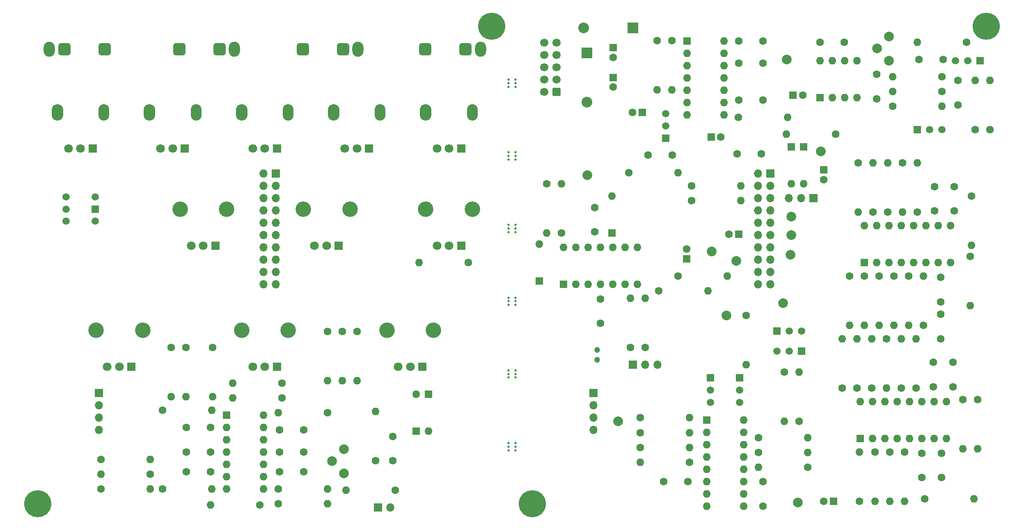
<source format=gts>
%TF.GenerationSoftware,KiCad,Pcbnew,7.0.2-0*%
%TF.CreationDate,2023-07-19T19:34:56+01:00*%
%TF.ProjectId,magnum-drum-synth,6d61676e-756d-42d6-9472-756d2d73796e,r06*%
%TF.SameCoordinates,Original*%
%TF.FileFunction,Soldermask,Top*%
%TF.FilePolarity,Negative*%
%FSLAX46Y46*%
G04 Gerber Fmt 4.6, Leading zero omitted, Abs format (unit mm)*
G04 Created by KiCad (PCBNEW 7.0.2-0) date 2023-07-19 19:34:56*
%MOMM*%
%LPD*%
G01*
G04 APERTURE LIST*
G04 Aperture macros list*
%AMRoundRect*
0 Rectangle with rounded corners*
0 $1 Rounding radius*
0 $2 $3 $4 $5 $6 $7 $8 $9 X,Y pos of 4 corners*
0 Add a 4 corners polygon primitive as box body*
4,1,4,$2,$3,$4,$5,$6,$7,$8,$9,$2,$3,0*
0 Add four circle primitives for the rounded corners*
1,1,$1+$1,$2,$3*
1,1,$1+$1,$4,$5*
1,1,$1+$1,$6,$7*
1,1,$1+$1,$8,$9*
0 Add four rect primitives between the rounded corners*
20,1,$1+$1,$2,$3,$4,$5,0*
20,1,$1+$1,$4,$5,$6,$7,0*
20,1,$1+$1,$6,$7,$8,$9,0*
20,1,$1+$1,$8,$9,$2,$3,0*%
G04 Aperture macros list end*
%ADD10C,5.600000*%
%ADD11C,1.600000*%
%ADD12O,1.600000X1.600000*%
%ADD13C,2.000000*%
%ADD14R,1.500000X1.500000*%
%ADD15C,1.500000*%
%ADD16C,0.500000*%
%ADD17R,1.600000X1.600000*%
%ADD18RoundRect,0.250000X0.600000X0.600000X-0.600000X0.600000X-0.600000X-0.600000X0.600000X-0.600000X0*%
%ADD19C,1.700000*%
%ADD20R,1.700000X1.700000*%
%ADD21O,1.700000X1.700000*%
%ADD22C,1.200000*%
%ADD23R,2.200000X2.200000*%
%ADD24O,2.200000X2.200000*%
%ADD25O,2.300000X3.100000*%
%ADD26RoundRect,0.650000X-0.650000X0.650000X-0.650000X-0.650000X0.650000X-0.650000X0.650000X0.650000X0*%
%ADD27C,3.200000*%
%ADD28R,1.800000X1.800000*%
%ADD29C,1.800000*%
%ADD30O,2.200000X3.400000*%
%ADD31O,2.400000X3.400000*%
%ADD32RoundRect,0.650000X0.650000X-0.650000X0.650000X0.650000X-0.650000X0.650000X-0.650000X-0.650000X0*%
G04 APERTURE END LIST*
D10*
%TO.C,H2*%
X33200000Y-131800000D03*
%TD*%
D11*
%TO.C,R36*%
X168021000Y-69215000D03*
D12*
X178181000Y-69215000D03*
%TD*%
D11*
%TO.C,R6*%
X60706000Y-99568000D03*
D12*
X60706000Y-109728000D03*
%TD*%
D13*
%TO.C,TP2*%
X194691000Y-59055000D03*
%TD*%
D11*
%TO.C,R50*%
X158496000Y-99568000D03*
D12*
X158496000Y-89408000D03*
%TD*%
D11*
%TO.C,R24*%
X224790000Y-36576000D03*
D12*
X214630000Y-36576000D03*
%TD*%
D11*
%TO.C,R33*%
X214630000Y-71628000D03*
D12*
X214630000Y-61468000D03*
%TD*%
D10*
%TO.C,H9*%
X228800000Y-33200000D03*
%TD*%
D14*
%TO.C,Q2*%
X162687000Y-56388000D03*
D15*
X162687000Y-53848000D03*
X162687000Y-51308000D03*
%TD*%
D16*
%TO.C,H5*%
X130250000Y-75750000D03*
X131750000Y-75750000D03*
X130250000Y-75000000D03*
X131750000Y-75000000D03*
X130250000Y-74250000D03*
X131750000Y-74250000D03*
%TD*%
D17*
%TO.C,C17*%
X157861000Y-51054000D03*
D11*
X155861000Y-51054000D03*
%TD*%
%TO.C,R69*%
X192030000Y-124214000D03*
D12*
X181870000Y-124214000D03*
%TD*%
D17*
%TO.C,C20*%
X195326000Y-62865000D03*
D11*
X195326000Y-64865000D03*
%TD*%
%TO.C,R15*%
X46228000Y-128778000D03*
D12*
X56388000Y-128778000D03*
%TD*%
D11*
%TO.C,R47*%
X215900000Y-94996000D03*
D12*
X215900000Y-84836000D03*
%TD*%
D11*
%TO.C,R16*%
X58928000Y-128778000D03*
D12*
X69088000Y-128778000D03*
%TD*%
D11*
%TO.C,R5*%
X63754000Y-99568000D03*
D12*
X63754000Y-109728000D03*
%TD*%
D11*
%TO.C,R64*%
X205867000Y-121078000D03*
D12*
X205867000Y-131238000D03*
%TD*%
D11*
%TO.C,R70*%
X216154000Y-130730000D03*
D12*
X226314000Y-130730000D03*
%TD*%
D11*
%TO.C,R74*%
X219710000Y-43688000D03*
D12*
X209550000Y-43688000D03*
%TD*%
D11*
%TO.C,R21*%
X209550000Y-49784000D03*
D12*
X219710000Y-49784000D03*
%TD*%
D11*
%TO.C,R26*%
X177673000Y-52070000D03*
D12*
X187833000Y-52070000D03*
%TD*%
D11*
%TO.C,R25*%
X160909000Y-36195000D03*
D12*
X160909000Y-46355000D03*
%TD*%
D11*
%TO.C,R44*%
X161290000Y-87884000D03*
D12*
X171450000Y-87884000D03*
%TD*%
D11*
%TO.C,R51*%
X187198000Y-104648000D03*
D12*
X187198000Y-114808000D03*
%TD*%
D11*
%TO.C,C33*%
X219583000Y-126332000D03*
X219583000Y-121332000D03*
%TD*%
%TO.C,R7*%
X69215000Y-99568000D03*
D12*
X69215000Y-109728000D03*
%TD*%
D13*
%TO.C,TP10*%
X175260000Y-92964000D03*
%TD*%
D11*
%TO.C,C6*%
X68834000Y-125222000D03*
X63834000Y-125222000D03*
%TD*%
%TO.C,R46*%
X155067000Y-63500000D03*
D12*
X165227000Y-63500000D03*
%TD*%
D13*
%TO.C,TP4*%
X188595000Y-76327000D03*
%TD*%
D11*
%TO.C,R14*%
X56388000Y-125730000D03*
D12*
X46228000Y-125730000D03*
%TD*%
D13*
%TO.C,TP3*%
X146558000Y-64008000D03*
%TD*%
D14*
%TO.C,Q4*%
X190754000Y-100330000D03*
D15*
X188214000Y-100330000D03*
X185674000Y-100330000D03*
%TD*%
D17*
%TO.C,C23*%
X167005000Y-81248000D03*
D11*
X167005000Y-79248000D03*
%TD*%
%TO.C,C28*%
X219456000Y-97710000D03*
X219456000Y-92710000D03*
%TD*%
D17*
%TO.C,U1*%
X72146000Y-113533000D03*
D12*
X72146000Y-116073000D03*
X72146000Y-118613000D03*
X72146000Y-121153000D03*
X72146000Y-123693000D03*
X72146000Y-126233000D03*
X72146000Y-128773000D03*
X79766000Y-128773000D03*
X79766000Y-126233000D03*
X79766000Y-123693000D03*
X79766000Y-121153000D03*
X79766000Y-118613000D03*
X79766000Y-116073000D03*
X79766000Y-113533000D03*
%TD*%
D11*
%TO.C,C30*%
X221996000Y-102616000D03*
X221996000Y-107616000D03*
%TD*%
D17*
%TO.C,D1*%
X113792000Y-109220000D03*
D12*
X113792000Y-116840000D03*
%TD*%
D11*
%TO.C,R66*%
X211963000Y-121078000D03*
D12*
X211963000Y-131238000D03*
%TD*%
D11*
%TO.C,R58*%
X227076000Y-110283000D03*
D12*
X227076000Y-120443000D03*
%TD*%
D11*
%TO.C,C25*%
X148082000Y-70692000D03*
X148082000Y-75692000D03*
%TD*%
%TO.C,C21*%
X222250000Y-66374000D03*
X222250000Y-71374000D03*
%TD*%
D16*
%TO.C,H6*%
X130250000Y-90750000D03*
X131750000Y-90750000D03*
X130250000Y-90000000D03*
X131750000Y-90000000D03*
X130250000Y-89250000D03*
X131750000Y-89250000D03*
%TD*%
D11*
%TO.C,C9*%
X194564000Y-36576000D03*
X199564000Y-36576000D03*
%TD*%
%TO.C,R34*%
X165227000Y-84836000D03*
D12*
X175387000Y-84836000D03*
%TD*%
D11*
%TO.C,R65*%
X208915000Y-121078000D03*
D12*
X208915000Y-131238000D03*
%TD*%
D17*
%TO.C,D6*%
X191135000Y-58166000D03*
D12*
X191135000Y-65786000D03*
%TD*%
D13*
%TO.C,TP5*%
X188595000Y-72517000D03*
%TD*%
D17*
%TO.C,D7*%
X151638000Y-75946000D03*
D12*
X151638000Y-68326000D03*
%TD*%
D11*
%TO.C,R12*%
X46228000Y-122682000D03*
D12*
X56388000Y-122682000D03*
%TD*%
D18*
%TO.C,J3*%
X140208000Y-46796888D03*
D19*
X137668000Y-46796888D03*
X140208000Y-44256888D03*
X137668000Y-44256888D03*
X140208000Y-41716888D03*
X137668000Y-41716888D03*
X140208000Y-39176888D03*
X137668000Y-39176888D03*
X140208000Y-36636888D03*
X137668000Y-36636888D03*
%TD*%
D17*
%TO.C,D2*%
X111252000Y-116840000D03*
D12*
X111252000Y-109220000D03*
%TD*%
D11*
%TO.C,C37*%
X177419000Y-59563000D03*
X182419000Y-59563000D03*
%TD*%
D13*
%TO.C,RV2*%
X208788000Y-40346000D03*
X206288000Y-37846000D03*
X208788000Y-35346000D03*
%TD*%
D11*
%TO.C,R18*%
X106934000Y-129032000D03*
D12*
X96774000Y-129032000D03*
%TD*%
D10*
%TO.C,H1*%
X126800000Y-33200000D03*
%TD*%
D17*
%TO.C,U4*%
X203708000Y-82042000D03*
D12*
X206248000Y-82042000D03*
X208788000Y-82042000D03*
X211328000Y-82042000D03*
X213868000Y-82042000D03*
X216408000Y-82042000D03*
X218948000Y-82042000D03*
X221488000Y-82042000D03*
X221488000Y-74422000D03*
X218948000Y-74422000D03*
X216408000Y-74422000D03*
X213868000Y-74422000D03*
X211328000Y-74422000D03*
X208788000Y-74422000D03*
X206248000Y-74422000D03*
X203708000Y-74422000D03*
%TD*%
D13*
%TO.C,TP11*%
X152908000Y-114808000D03*
%TD*%
D11*
%TO.C,C35*%
X182753000Y-127254000D03*
X182753000Y-132254000D03*
%TD*%
D17*
%TO.C,C18*%
X172085000Y-56134000D03*
D11*
X174085000Y-56134000D03*
%TD*%
%TO.C,R43*%
X212852000Y-84836000D03*
D12*
X212852000Y-94996000D03*
%TD*%
D16*
%TO.C,H8*%
X130249992Y-120749989D03*
X131749992Y-120749989D03*
X130249992Y-119999989D03*
X131749992Y-119999989D03*
X130249992Y-119249989D03*
X131749992Y-119249989D03*
%TD*%
D14*
%TO.C,Q6*%
X177948000Y-105791000D03*
D15*
X177948000Y-108331000D03*
X177948000Y-110871000D03*
%TD*%
D11*
%TO.C,R31*%
X205486000Y-71628000D03*
D12*
X205486000Y-61468000D03*
%TD*%
D10*
%TO.C,H10*%
X135200000Y-131800000D03*
%TD*%
D11*
%TO.C,R72*%
X219710000Y-46736000D03*
D12*
X209550000Y-46736000D03*
%TD*%
D11*
%TO.C,R56*%
X214376000Y-107870000D03*
D12*
X214376000Y-97710000D03*
%TD*%
D11*
%TO.C,R59*%
X157480000Y-114046000D03*
D12*
X167640000Y-114046000D03*
%TD*%
D11*
%TO.C,R53*%
X202184000Y-107870000D03*
D12*
X202184000Y-97710000D03*
%TD*%
D11*
%TO.C,C12*%
X182800000Y-40894000D03*
X177800000Y-40894000D03*
%TD*%
%TO.C,R62*%
X181870000Y-118118000D03*
D12*
X192030000Y-118118000D03*
%TD*%
D20*
%TO.C,J5*%
X155956000Y-103124000D03*
D21*
X158496000Y-103124000D03*
X161036000Y-103124000D03*
%TD*%
D11*
%TO.C,R41*%
X206756000Y-84836000D03*
D12*
X206756000Y-94996000D03*
%TD*%
D20*
%TO.C,J2*%
X45800000Y-108900000D03*
D21*
X45800000Y-111440000D03*
X45800000Y-113980000D03*
X45800000Y-116520000D03*
%TD*%
D11*
%TO.C,R55*%
X211328000Y-107870000D03*
D12*
X211328000Y-97710000D03*
%TD*%
D14*
%TO.C,Q7*%
X214630000Y-54610000D03*
D15*
X217170000Y-54610000D03*
X219710000Y-54610000D03*
%TD*%
D17*
%TO.C,C15*%
X188976000Y-47498000D03*
D11*
X190976000Y-47498000D03*
%TD*%
%TO.C,R28*%
X202438000Y-61468000D03*
D12*
X202438000Y-71628000D03*
%TD*%
D11*
%TO.C,C4*%
X68834000Y-121158000D03*
X63834000Y-121158000D03*
%TD*%
D13*
%TO.C,TP6*%
X177292000Y-81661000D03*
%TD*%
D22*
%TO.C,C29*%
X148590000Y-100076000D03*
X148590000Y-102076000D03*
%TD*%
D20*
%TO.C,J1*%
X82275000Y-63600000D03*
D21*
X79735000Y-63600000D03*
X82275000Y-66140000D03*
X79735000Y-66140000D03*
X82275000Y-68680000D03*
X79735000Y-68680000D03*
X82275000Y-71220000D03*
X79735000Y-71220000D03*
X82275000Y-73760000D03*
X79735000Y-73760000D03*
X82275000Y-76300000D03*
X79735000Y-76300000D03*
X82275000Y-78840000D03*
X79735000Y-78840000D03*
X82275000Y-81380000D03*
X79735000Y-81380000D03*
X82275000Y-83920000D03*
X79735000Y-83920000D03*
X82275000Y-86460000D03*
X79735000Y-86460000D03*
%TD*%
D11*
%TO.C,C39*%
X219964000Y-40132000D03*
X214964000Y-40132000D03*
%TD*%
D13*
%TO.C,TP12*%
X189992000Y-131572000D03*
%TD*%
D11*
%TO.C,R45*%
X179324000Y-92964000D03*
D12*
X179324000Y-103124000D03*
%TD*%
D11*
%TO.C,R61*%
X157486000Y-117102000D03*
D12*
X167646000Y-117102000D03*
%TD*%
D14*
%TO.C,Q3*%
X185674000Y-96118000D03*
D15*
X188214000Y-96118000D03*
X190754000Y-96118000D03*
%TD*%
D13*
%TO.C,TP1*%
X187706000Y-40132000D03*
%TD*%
D11*
%TO.C,R40*%
X203708000Y-84836000D03*
D12*
X203708000Y-94996000D03*
%TD*%
D11*
%TO.C,R8*%
X83566000Y-106934000D03*
D12*
X73406000Y-106934000D03*
%TD*%
D11*
%TO.C,R52*%
X199136000Y-107870000D03*
D12*
X199136000Y-97710000D03*
%TD*%
D11*
%TO.C,R68*%
X167646000Y-123198000D03*
D12*
X157486000Y-123198000D03*
%TD*%
D16*
%TO.C,H4*%
X130250000Y-60750000D03*
X131750000Y-60750000D03*
X130250000Y-60000000D03*
X131750000Y-60000000D03*
X130250000Y-59250000D03*
X131750000Y-59250000D03*
%TD*%
D20*
%TO.C,J4*%
X193167000Y-68707000D03*
D21*
X190627000Y-68707000D03*
X188087000Y-68707000D03*
%TD*%
D11*
%TO.C,R37*%
X211582000Y-61468000D03*
D12*
X211582000Y-71628000D03*
%TD*%
D11*
%TO.C,C5*%
X88058000Y-121158000D03*
X83058000Y-121158000D03*
%TD*%
%TO.C,C32*%
X215519000Y-126332000D03*
X215519000Y-121332000D03*
%TD*%
D13*
%TO.C,RV1*%
X96350000Y-125500000D03*
X93850000Y-123000000D03*
X96350000Y-120500000D03*
%TD*%
D11*
%TO.C,R30*%
X225806000Y-68326000D03*
D12*
X225806000Y-78486000D03*
%TD*%
D17*
%TO.C,C14*%
X151892000Y-43780888D03*
D11*
X151892000Y-45780888D03*
%TD*%
%TO.C,C19*%
X164084000Y-59817000D03*
X159084000Y-59817000D03*
%TD*%
%TO.C,R23*%
X168021000Y-66167000D03*
D12*
X178181000Y-66167000D03*
%TD*%
D11*
%TO.C,R38*%
X225552000Y-80772000D03*
D12*
X225552000Y-90932000D03*
%TD*%
D11*
%TO.C,R20*%
X78994000Y-132080000D03*
D12*
X68834000Y-132080000D03*
%TD*%
D11*
%TO.C,C31*%
X217932000Y-107616000D03*
X217932000Y-102616000D03*
%TD*%
%TO.C,C3*%
X106426000Y-117936000D03*
X106426000Y-122936000D03*
%TD*%
D17*
%TO.C,C10*%
X151892000Y-37652888D03*
D11*
X151892000Y-39652888D03*
%TD*%
%TO.C,R4*%
X99060000Y-96266000D03*
D12*
X99060000Y-106426000D03*
%TD*%
D11*
%TO.C,C27*%
X219456000Y-90090000D03*
X219456000Y-85090000D03*
%TD*%
%TO.C,R48*%
X208280000Y-97710000D03*
D12*
X208280000Y-107870000D03*
%TD*%
D16*
%TO.C,H7*%
X130250000Y-105750000D03*
X131750000Y-105750000D03*
X130250000Y-105000000D03*
X131750000Y-105000000D03*
X130250000Y-104250000D03*
X131750000Y-104250000D03*
%TD*%
D11*
%TO.C,C1*%
X68834000Y-116078000D03*
X63834000Y-116078000D03*
%TD*%
%TO.C,R73*%
X226568000Y-54610000D03*
D12*
X226568000Y-44450000D03*
%TD*%
D11*
%TO.C,R17*%
X82804000Y-128778000D03*
D12*
X92964000Y-128778000D03*
%TD*%
D11*
%TO.C,R32*%
X208534000Y-71628000D03*
D12*
X208534000Y-61468000D03*
%TD*%
D17*
%TO.C,D5*%
X188595000Y-58166000D03*
D12*
X188595000Y-65786000D03*
%TD*%
D17*
%TO.C,U5*%
X141605000Y-86487000D03*
D12*
X144145000Y-86487000D03*
X146685000Y-86487000D03*
X149225000Y-86487000D03*
X151765000Y-86487000D03*
X154305000Y-86487000D03*
X156845000Y-86487000D03*
X156845000Y-78867000D03*
X154305000Y-78867000D03*
X151765000Y-78867000D03*
X149225000Y-78867000D03*
X146685000Y-78867000D03*
X144145000Y-78867000D03*
X141605000Y-78867000D03*
%TD*%
D16*
%TO.C,H3*%
X130249992Y-45750012D03*
X131749992Y-45750012D03*
X130249992Y-45000012D03*
X131749992Y-45000012D03*
X130249992Y-44250012D03*
X131749992Y-44250012D03*
%TD*%
D11*
%TO.C,R3*%
X96012000Y-96266000D03*
D12*
X96012000Y-106426000D03*
%TD*%
D11*
%TO.C,C16*%
X177800000Y-48514000D03*
X182800000Y-48514000D03*
%TD*%
%TO.C,R27*%
X197739000Y-55499000D03*
D12*
X187579000Y-55499000D03*
%TD*%
D11*
%TO.C,C8*%
X177800000Y-36322000D03*
X182800000Y-36322000D03*
%TD*%
%TO.C,C26*%
X149225000Y-89535000D03*
X149225000Y-94535000D03*
%TD*%
%TO.C,C38*%
X223012000Y-49450000D03*
X223012000Y-44450000D03*
%TD*%
D14*
%TO.C,Q5*%
X171958000Y-105791000D03*
D15*
X171958000Y-108331000D03*
X171958000Y-110871000D03*
%TD*%
D11*
%TO.C,R49*%
X155448000Y-99568000D03*
D12*
X155448000Y-89408000D03*
%TD*%
D23*
%TO.C,D3*%
X155956000Y-33588888D03*
D24*
X145796000Y-33588888D03*
%TD*%
D11*
%TO.C,R10*%
X58928000Y-112522000D03*
D12*
X69088000Y-112522000D03*
%TD*%
D11*
%TO.C,C22*%
X218186000Y-71374000D03*
X218186000Y-66374000D03*
%TD*%
%TO.C,R29*%
X138176000Y-65786000D03*
D12*
X138176000Y-75946000D03*
%TD*%
D17*
%TO.C,U2*%
X167132000Y-36317000D03*
D12*
X167132000Y-38857000D03*
X167132000Y-41397000D03*
X167132000Y-43937000D03*
X167132000Y-46477000D03*
X167132000Y-49017000D03*
X167132000Y-51557000D03*
X174752000Y-51557000D03*
X174752000Y-49017000D03*
X174752000Y-46477000D03*
X174752000Y-43937000D03*
X174752000Y-41397000D03*
X174752000Y-38857000D03*
X174752000Y-36317000D03*
%TD*%
D17*
%TO.C,U7*%
X202819000Y-118284000D03*
D12*
X205359000Y-118284000D03*
X207899000Y-118284000D03*
X210439000Y-118284000D03*
X212979000Y-118284000D03*
X215519000Y-118284000D03*
X218059000Y-118284000D03*
X220599000Y-118284000D03*
X220599000Y-110664000D03*
X218059000Y-110664000D03*
X215519000Y-110664000D03*
X212979000Y-110664000D03*
X210439000Y-110664000D03*
X207899000Y-110664000D03*
X205359000Y-110664000D03*
X202819000Y-110664000D03*
%TD*%
D17*
%TO.C,D8*%
X136652000Y-85852000D03*
D12*
X136652000Y-78232000D03*
%TD*%
D11*
%TO.C,R71*%
X202692000Y-131238000D03*
D12*
X202692000Y-121078000D03*
%TD*%
D14*
%TO.C,Q8*%
X227584000Y-40386000D03*
D15*
X225044000Y-40386000D03*
X222504000Y-40386000D03*
%TD*%
D11*
%TO.C,R19*%
X82804000Y-131826000D03*
D12*
X92964000Y-131826000D03*
%TD*%
D11*
%TO.C,R63*%
X157486000Y-120150000D03*
D12*
X167646000Y-120150000D03*
%TD*%
D11*
%TO.C,R39*%
X200660000Y-84836000D03*
D12*
X200660000Y-94996000D03*
%TD*%
D13*
%TO.C,TP7*%
X172212000Y-79756000D03*
%TD*%
D23*
%TO.C,D4*%
X146431000Y-38735000D03*
D24*
X146431000Y-48895000D03*
%TD*%
D17*
%TO.C,C24*%
X177739113Y-76200000D03*
D11*
X175739113Y-76200000D03*
%TD*%
%TO.C,C2*%
X83058000Y-116586000D03*
X88058000Y-116586000D03*
%TD*%
D17*
%TO.C,U3*%
X194574000Y-47996000D03*
D12*
X197114000Y-47996000D03*
X199654000Y-47996000D03*
X202194000Y-47996000D03*
X202194000Y-40376000D03*
X199654000Y-40376000D03*
X197114000Y-40376000D03*
X194574000Y-40376000D03*
%TD*%
D11*
%TO.C,R75*%
X229616000Y-54610000D03*
D12*
X229616000Y-44450000D03*
%TD*%
D17*
%TO.C,C36*%
X197297113Y-131238000D03*
D11*
X195297113Y-131238000D03*
%TD*%
%TO.C,R11*%
X92964000Y-113030000D03*
D12*
X82804000Y-113030000D03*
%TD*%
D17*
%TO.C,U6*%
X171196000Y-114554000D03*
D12*
X171196000Y-117094000D03*
X171196000Y-119634000D03*
X171196000Y-122174000D03*
X171196000Y-124714000D03*
X171196000Y-127254000D03*
X171196000Y-129794000D03*
X171196000Y-132334000D03*
X178816000Y-132334000D03*
X178816000Y-129794000D03*
X178816000Y-127254000D03*
X178816000Y-124714000D03*
X178816000Y-122174000D03*
X178816000Y-119634000D03*
X178816000Y-117094000D03*
X178816000Y-114554000D03*
%TD*%
D11*
%TO.C,C13*%
X206248000Y-43180000D03*
X206248000Y-48180000D03*
%TD*%
%TO.C,R22*%
X163957000Y-36195000D03*
D12*
X163957000Y-46355000D03*
%TD*%
D11*
%TO.C,R60*%
X190246000Y-114808000D03*
D12*
X190246000Y-104648000D03*
%TD*%
D11*
%TO.C,R35*%
X141224000Y-75946000D03*
D12*
X141224000Y-65786000D03*
%TD*%
D13*
%TO.C,TP9*%
X186944000Y-90424000D03*
%TD*%
D11*
%TO.C,C7*%
X83058000Y-125222000D03*
X88058000Y-125222000D03*
%TD*%
D13*
%TO.C,TP8*%
X188468000Y-80391000D03*
%TD*%
D11*
%TO.C,R57*%
X224028000Y-110283000D03*
D12*
X224028000Y-120443000D03*
%TD*%
D11*
%TO.C,R54*%
X205232000Y-107870000D03*
D12*
X205232000Y-97710000D03*
%TD*%
D11*
%TO.C,C34*%
X162306000Y-127254000D03*
X167306000Y-127254000D03*
%TD*%
%TO.C,R67*%
X181870000Y-121166000D03*
D12*
X192030000Y-121166000D03*
%TD*%
D11*
%TO.C,R13*%
X102870000Y-122936000D03*
D12*
X102870000Y-112776000D03*
%TD*%
D11*
%TO.C,R2*%
X92964000Y-96266000D03*
D12*
X92964000Y-106426000D03*
%TD*%
D11*
%TO.C,R42*%
X209804000Y-84836000D03*
D12*
X209804000Y-94996000D03*
%TD*%
D11*
%TO.C,R1*%
X122000000Y-82000000D03*
D12*
X111840000Y-82000000D03*
%TD*%
D20*
%TO.C,MK1*%
X103378000Y-132588000D03*
D21*
X105918000Y-132588000D03*
%TD*%
D11*
%TO.C,R9*%
X83566000Y-109982000D03*
D12*
X73406000Y-109982000D03*
%TD*%
D25*
%TO.C,J10*%
X73730005Y-38000000D03*
D26*
X62330005Y-38000000D03*
X70630005Y-38000000D03*
%TD*%
D27*
%TO.C,RV11*%
X114800000Y-96000000D03*
X105200000Y-96000000D03*
D28*
X112500000Y-103500000D03*
D29*
X110000000Y-103500000D03*
X107500000Y-103500000D03*
%TD*%
D30*
%TO.C,RV4*%
X103800000Y-51000000D03*
D31*
X94200000Y-51000000D03*
D28*
X101500000Y-58500000D03*
D29*
X99000000Y-58500000D03*
X96500000Y-58500000D03*
%TD*%
D27*
%TO.C,RV13*%
X54800000Y-96000000D03*
X45200000Y-96000000D03*
D28*
X52500000Y-103500000D03*
D29*
X50000000Y-103500000D03*
X47500000Y-103500000D03*
%TD*%
D27*
%TO.C,RV10*%
X72100000Y-71000000D03*
X62500000Y-71000000D03*
D28*
X69800000Y-78500000D03*
D29*
X67300000Y-78500000D03*
X64800000Y-78500000D03*
%TD*%
D14*
%TO.C,SW1*%
X45037000Y-70993000D03*
D15*
X45037000Y-73493000D03*
X45037000Y-68493000D03*
X39037000Y-73493000D03*
X39037000Y-68493000D03*
X39037000Y-70993000D03*
%TD*%
D20*
%TO.C,J7*%
X184275000Y-63600000D03*
D21*
X181735000Y-63600000D03*
X184275000Y-66140000D03*
X181735000Y-66140000D03*
X184275000Y-68680000D03*
X181735000Y-68680000D03*
X184275000Y-71220000D03*
X181735000Y-71220000D03*
X184275000Y-73760000D03*
X181735000Y-73760000D03*
X184275000Y-76300000D03*
X181735000Y-76300000D03*
X184275000Y-78840000D03*
X181735000Y-78840000D03*
X184275000Y-81380000D03*
X181735000Y-81380000D03*
X184275000Y-83920000D03*
X181735000Y-83920000D03*
X184275000Y-86460000D03*
X181735000Y-86460000D03*
%TD*%
D30*
%TO.C,RV3*%
X122800000Y-51000000D03*
D31*
X113200000Y-51000000D03*
D28*
X120500000Y-58500000D03*
D29*
X118000000Y-58500000D03*
X115500000Y-58500000D03*
%TD*%
D27*
%TO.C,RV9*%
X97550000Y-71000000D03*
X87950000Y-71000000D03*
D28*
X95250000Y-78500000D03*
D29*
X92750000Y-78500000D03*
X90250000Y-78500000D03*
%TD*%
D25*
%TO.C,J11*%
X35519992Y-38000000D03*
D32*
X46919992Y-38000000D03*
X38619992Y-38000000D03*
%TD*%
D25*
%TO.C,J8*%
X124479993Y-38000000D03*
D26*
X113079993Y-38000000D03*
X121379993Y-38000000D03*
%TD*%
D20*
%TO.C,J6*%
X147800000Y-108900000D03*
D21*
X147800000Y-111440000D03*
X147800000Y-113980000D03*
X147800000Y-116520000D03*
%TD*%
D27*
%TO.C,RV8*%
X122800000Y-71000000D03*
X113200000Y-71000000D03*
D28*
X120500000Y-78500000D03*
D29*
X118000000Y-78500000D03*
X115500000Y-78500000D03*
%TD*%
D30*
%TO.C,RV5*%
X84800000Y-51000000D03*
D31*
X75200000Y-51000000D03*
D28*
X82500000Y-58500000D03*
D29*
X80000000Y-58500000D03*
X77500000Y-58500000D03*
%TD*%
D27*
%TO.C,RV12*%
X84800000Y-96000000D03*
X75200000Y-96000000D03*
D28*
X82500000Y-103500000D03*
D29*
X80000000Y-103500000D03*
X77500000Y-103500000D03*
%TD*%
D30*
%TO.C,RV7*%
X46800000Y-51000000D03*
D31*
X37200000Y-51000000D03*
D28*
X44500000Y-58500000D03*
D29*
X42000000Y-58500000D03*
X39500000Y-58500000D03*
%TD*%
D30*
%TO.C,RV6*%
X65800000Y-51000000D03*
D31*
X56200000Y-51000000D03*
D28*
X63500000Y-58500000D03*
D29*
X61000000Y-58500000D03*
X58500000Y-58500000D03*
%TD*%
D25*
%TO.C,J9*%
X99230005Y-38000000D03*
D26*
X87830005Y-38000000D03*
X96130005Y-38000000D03*
%TD*%
M02*

</source>
